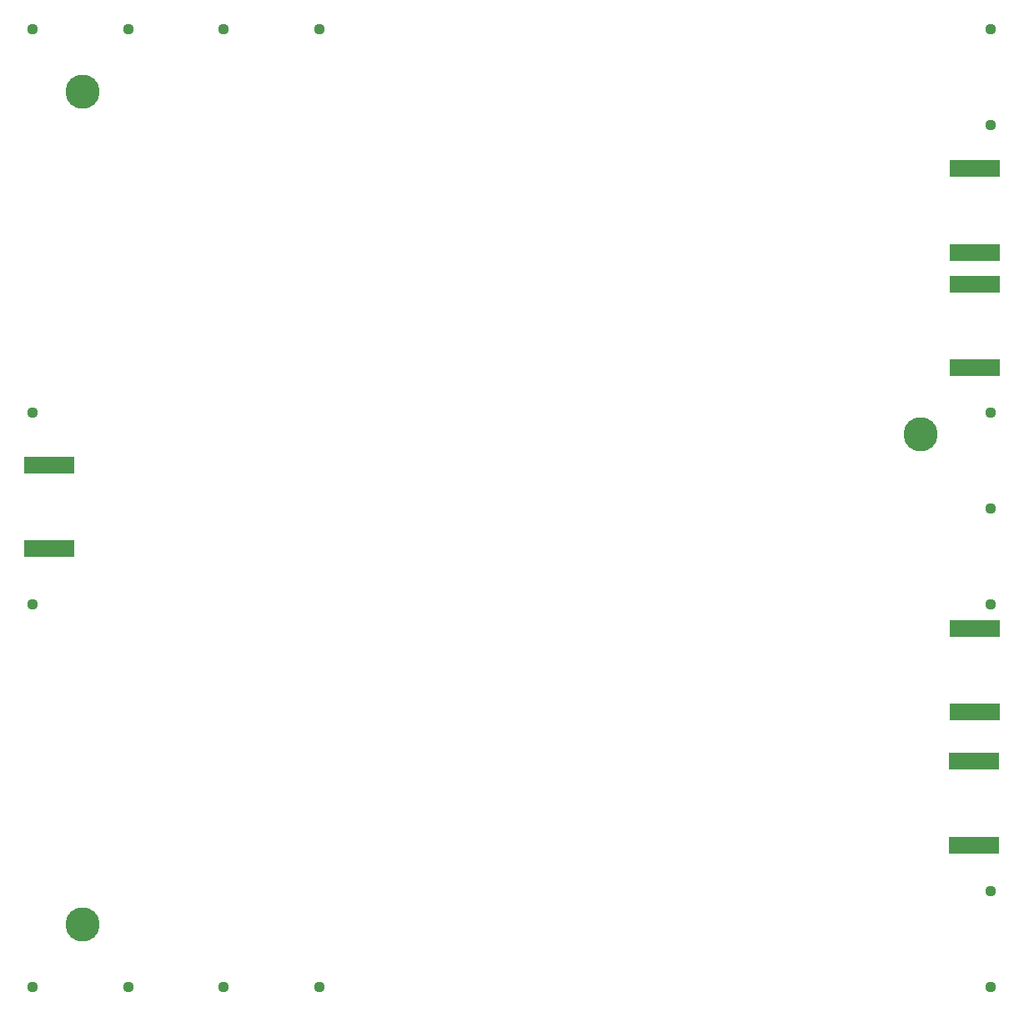
<source format=gbr>
G04 EAGLE Gerber X2 export*
G75*
%MOMM*%
%FSLAX34Y34*%
%LPD*%
%AMOC8*
5,1,8,0,0,1.08239X$1,22.5*%
G01*
%ADD10C,3.467100*%
%ADD11R,5.105400X1.803400*%
%ADD12C,1.117600*%


D10*
X63500Y76200D03*
X914400Y574040D03*
X63500Y922020D03*
D11*
X30291Y543045D03*
X30291Y457955D03*
X969609Y759255D03*
X969609Y844345D03*
X969509Y642055D03*
X969509Y727145D03*
X969309Y157155D03*
X969309Y242245D03*
X969409Y292355D03*
X969409Y377445D03*
D12*
X12700Y985520D03*
X985520Y499110D03*
X12700Y596392D03*
X12700Y401828D03*
X109982Y12700D03*
X207264Y12700D03*
X985520Y12700D03*
X985520Y109982D03*
X985520Y401828D03*
X985520Y596392D03*
X985520Y888238D03*
X985520Y985520D03*
X304546Y985520D03*
X207264Y985520D03*
X109982Y985520D03*
X304546Y12700D03*
X12700Y12700D03*
M02*

</source>
